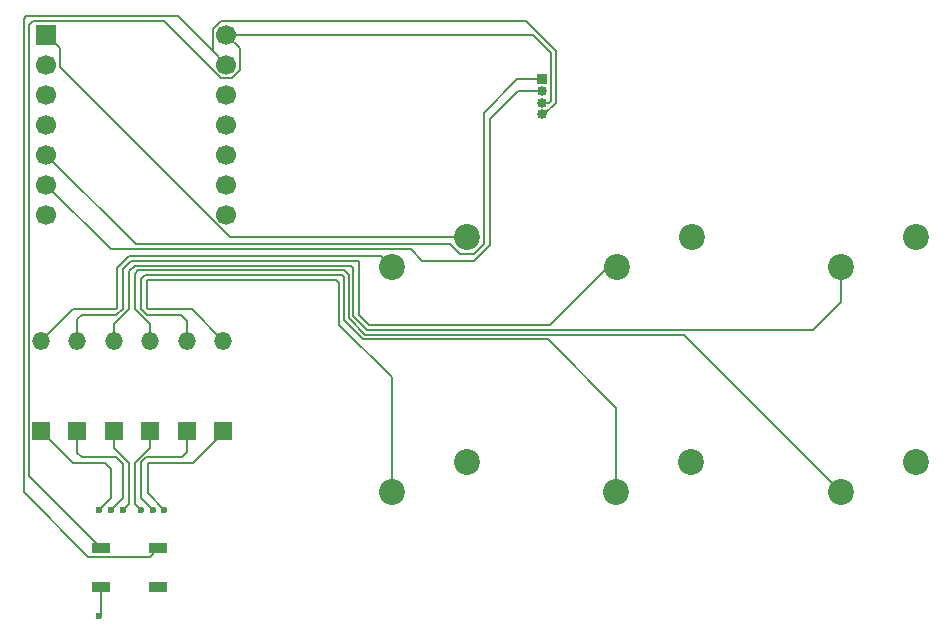
<source format=gbr>
%TF.GenerationSoftware,KiCad,Pcbnew,8.0.4-8.0.4-0~ubuntu22.04.1*%
%TF.CreationDate,2024-10-21T19:34:47-04:00*%
%TF.ProjectId,macropad,6d616372-6f70-4616-942e-6b696361645f,rev?*%
%TF.SameCoordinates,Original*%
%TF.FileFunction,Copper,L1,Top*%
%TF.FilePolarity,Positive*%
%FSLAX46Y46*%
G04 Gerber Fmt 4.6, Leading zero omitted, Abs format (unit mm)*
G04 Created by KiCad (PCBNEW 8.0.4-8.0.4-0~ubuntu22.04.1) date 2024-10-21 19:34:47*
%MOMM*%
%LPD*%
G01*
G04 APERTURE LIST*
%TA.AperFunction,ComponentPad*%
%ADD10R,1.500000X1.500000*%
%TD*%
%TA.AperFunction,ComponentPad*%
%ADD11O,1.500000X1.500000*%
%TD*%
%TA.AperFunction,ComponentPad*%
%ADD12C,2.200000*%
%TD*%
%TA.AperFunction,SMDPad,CuDef*%
%ADD13R,1.500000X0.900000*%
%TD*%
%TA.AperFunction,ComponentPad*%
%ADD14R,1.700000X1.700000*%
%TD*%
%TA.AperFunction,ComponentPad*%
%ADD15C,1.700000*%
%TD*%
%TA.AperFunction,ComponentPad*%
%ADD16R,0.850000X0.850000*%
%TD*%
%TA.AperFunction,ComponentPad*%
%ADD17O,0.850000X0.850000*%
%TD*%
%TA.AperFunction,ViaPad*%
%ADD18C,0.600000*%
%TD*%
%TA.AperFunction,Conductor*%
%ADD19C,0.200000*%
%TD*%
G04 APERTURE END LIST*
D10*
%TO.P,D2,1,K*%
%TO.N,Row1*%
X104140000Y-105815000D03*
D11*
%TO.P,D2,2,A*%
%TO.N,Net-(D2-A)*%
X104140000Y-98195000D03*
%TD*%
D12*
%TO.P,SW3,1,1*%
%TO.N,Col1*%
X137120000Y-108420000D03*
%TO.P,SW3,2,2*%
%TO.N,Net-(D4-A)*%
X130770000Y-110960000D03*
%TD*%
D10*
%TO.P,D5,1,K*%
%TO.N,Row2*%
X113410000Y-105815000D03*
D11*
%TO.P,D5,2,A*%
%TO.N,Net-(D5-A)*%
X113410000Y-98195000D03*
%TD*%
D12*
%TO.P,SW7,1,1*%
%TO.N,Col3*%
X175120000Y-108420000D03*
%TO.P,SW7,2,2*%
%TO.N,Net-(D6-A)*%
X168770000Y-110960000D03*
%TD*%
D10*
%TO.P,D1,1,K*%
%TO.N,Row1*%
X101050000Y-105815000D03*
D11*
%TO.P,D1,2,A*%
%TO.N,Net-(D1-A)*%
X101050000Y-98195000D03*
%TD*%
D13*
%TO.P,D7,1,DOUT*%
%TO.N,unconnected-(D7-DOUT-Pad1)*%
X111000000Y-119000000D03*
%TO.P,D7,2,GND*%
%TO.N,GND*%
X111000000Y-115700000D03*
%TO.P,D7,3,VDD*%
%TO.N,VCC*%
X106100000Y-115700000D03*
%TO.P,D7,4,DIN*%
%TO.N,NEOPIXEL*%
X106100000Y-119000000D03*
%TD*%
D10*
%TO.P,D6,1,K*%
%TO.N,Row2*%
X110320000Y-105815000D03*
D11*
%TO.P,D6,2,A*%
%TO.N,Net-(D6-A)*%
X110320000Y-98195000D03*
%TD*%
D12*
%TO.P,SW4,1,1*%
%TO.N,Col2*%
X156200000Y-89420000D03*
%TO.P,SW4,2,2*%
%TO.N,Net-(D2-A)*%
X149850000Y-91960000D03*
%TD*%
%TO.P,SW6,1,1*%
%TO.N,Col3*%
X175120000Y-89420000D03*
%TO.P,SW6,2,2*%
%TO.N,Net-(D3-A)*%
X168770000Y-91960000D03*
%TD*%
%TO.P,SW5,1,1*%
%TO.N,Col2*%
X156120000Y-108420000D03*
%TO.P,SW5,2,2*%
%TO.N,Net-(D5-A)*%
X149770000Y-110960000D03*
%TD*%
D10*
%TO.P,D3,1,K*%
%TO.N,Row1*%
X107230000Y-105815000D03*
D11*
%TO.P,D3,2,A*%
%TO.N,Net-(D3-A)*%
X107230000Y-98195000D03*
%TD*%
D10*
%TO.P,D4,1,K*%
%TO.N,Row2*%
X116500000Y-105815000D03*
D11*
%TO.P,D4,2,A*%
%TO.N,Net-(D4-A)*%
X116500000Y-98195000D03*
%TD*%
D12*
%TO.P,SW2,1,1*%
%TO.N,Col1*%
X137120000Y-89420000D03*
%TO.P,SW2,2,2*%
%TO.N,Net-(D1-A)*%
X130770000Y-91960000D03*
%TD*%
D14*
%TO.P,U1,1,PA02_A0_D0*%
%TO.N,Col1*%
X101500000Y-72260000D03*
D15*
%TO.P,U1,2,PA4_A1_D1*%
%TO.N,Col2*%
X101500000Y-74800000D03*
%TO.P,U1,3,PA10_A2_D2*%
%TO.N,Col3*%
X101500000Y-77340000D03*
%TO.P,U1,4,PA11_A3_D3*%
%TO.N,Row1*%
X101500000Y-79880000D03*
%TO.P,U1,5,PA8_A4_D4_SDA*%
%TO.N,SDA*%
X101500000Y-82420000D03*
%TO.P,U1,6,PA9_A5_D5_SCL*%
%TO.N,SCL*%
X101500000Y-84960000D03*
%TO.P,U1,7,PB08_A6_D6_TX*%
%TO.N,unconnected-(U1-PB08_A6_D6_TX-Pad7)*%
X101500000Y-87500000D03*
%TO.P,U1,8,PB09_A7_D7_RX*%
%TO.N,unconnected-(U1-PB09_A7_D7_RX-Pad8)*%
X116750000Y-87500000D03*
%TO.P,U1,9,PA7_A8_D8_SCK*%
%TO.N,unconnected-(U1-PA7_A8_D8_SCK-Pad9)*%
X116750000Y-84960000D03*
%TO.P,U1,10,PA5_A9_D9_MISO*%
%TO.N,Row2*%
X116750000Y-82420000D03*
%TO.P,U1,11,PA6_A10_D10_MOSI*%
%TO.N,NEOPIXEL*%
X116750000Y-79880000D03*
%TO.P,U1,12,3V3*%
%TO.N,unconnected-(U1-3V3-Pad12)*%
X116750000Y-77340000D03*
%TO.P,U1,13,GND*%
%TO.N,GND*%
X116750000Y-74800000D03*
%TO.P,U1,14,5V*%
%TO.N,VCC*%
X116750000Y-72260000D03*
%TD*%
D16*
%TO.P,J1,1,Pin_1*%
%TO.N,SDA*%
X143500000Y-76000000D03*
D17*
%TO.P,J1,2,Pin_2*%
%TO.N,SCL*%
X143500000Y-77000000D03*
%TO.P,J1,3,Pin_3*%
%TO.N,VCC*%
X143500000Y-78000000D03*
%TO.P,J1,4,Pin_4*%
%TO.N,GND*%
X143500000Y-79000000D03*
%TD*%
D18*
%TO.N,NEOPIXEL*%
X106000000Y-121500000D03*
%TO.N,Row1*%
X107000000Y-112500000D03*
X106000000Y-112500000D03*
X108000000Y-112500000D03*
%TO.N,Row2*%
X109500000Y-112500000D03*
X111500000Y-112500000D03*
X110500000Y-112500000D03*
%TD*%
D19*
%TO.N,GND*%
X142125686Y-71110000D02*
X116273654Y-71110000D01*
X111000000Y-115700000D02*
X110250000Y-116450000D01*
X105050000Y-116450000D02*
X99600000Y-111000000D01*
X110250000Y-116450000D02*
X105050000Y-116450000D01*
X99600000Y-111000000D02*
X99600000Y-70900000D01*
X116273654Y-71110000D02*
X115600000Y-71783654D01*
X115600000Y-71783654D02*
X115600000Y-73650000D01*
X115600000Y-73650000D02*
X116750000Y-74800000D01*
X143666726Y-79000000D02*
X143500000Y-79000000D01*
X112660000Y-70710000D02*
X115600000Y-73650000D01*
X144625000Y-78041726D02*
X143666726Y-79000000D01*
X144625000Y-73609314D02*
X142125686Y-71110000D01*
X144625000Y-73609314D02*
X144625000Y-78041726D01*
X99600000Y-70900000D02*
X99790000Y-70710000D01*
X99790000Y-70710000D02*
X112660000Y-70710000D01*
%TO.N,Net-(D1-A)*%
X129810000Y-91000000D02*
X130770000Y-91960000D01*
X107500000Y-95368628D02*
X107500000Y-92000000D01*
X107368628Y-95500000D02*
X107500000Y-95368628D01*
X108500000Y-91000000D02*
X129810000Y-91000000D01*
X103745000Y-95500000D02*
X107368628Y-95500000D01*
X101050000Y-98195000D02*
X103745000Y-95500000D01*
X107500000Y-92000000D02*
X108500000Y-91000000D01*
%TO.N,Col1*%
X102650000Y-73410000D02*
X101500000Y-72260000D01*
X102650000Y-75026346D02*
X102650000Y-73410000D01*
X137120000Y-89420000D02*
X117043654Y-89420000D01*
X117043654Y-89420000D02*
X102650000Y-75026346D01*
%TO.N,Net-(D2-A)*%
X107967157Y-95467157D02*
X107967157Y-92098529D01*
X104140000Y-98195000D02*
X104140000Y-96360000D01*
X104140000Y-96360000D02*
X104500000Y-96000000D01*
X107967157Y-92098529D02*
X108665686Y-91400000D01*
X127900000Y-91400000D02*
X128000000Y-91500000D01*
X107434314Y-96000000D02*
X107967157Y-95467157D01*
X128000000Y-96000000D02*
X128850000Y-96850000D01*
X108665686Y-91400000D02*
X127900000Y-91400000D01*
X104500000Y-96000000D02*
X107434314Y-96000000D01*
X128000000Y-91500000D02*
X128000000Y-96000000D01*
X149040000Y-91960000D02*
X149850000Y-91960000D01*
X128850000Y-96850000D02*
X144150000Y-96850000D01*
X144150000Y-96850000D02*
X149040000Y-91960000D01*
%TO.N,Net-(D3-A)*%
X128684314Y-97250000D02*
X166447056Y-97250000D01*
X107230000Y-96770000D02*
X108500000Y-95500000D01*
X109000000Y-91800000D02*
X127300000Y-91800000D01*
X108500000Y-92300000D02*
X109000000Y-91800000D01*
X127300000Y-91800000D02*
X127500000Y-92000000D01*
X108500000Y-95500000D02*
X108500000Y-92300000D01*
X107230000Y-98195000D02*
X107230000Y-96770000D01*
X166447056Y-97250000D02*
X168770000Y-94927056D01*
X168770000Y-94927056D02*
X168770000Y-91960000D01*
X127500000Y-92000000D02*
X127500000Y-96065686D01*
X127500000Y-96065686D02*
X128684314Y-97250000D01*
%TO.N,Net-(D4-A)*%
X110131372Y-95500000D02*
X110000000Y-95368628D01*
X130770000Y-101270000D02*
X130770000Y-110960000D01*
X110000000Y-93065686D02*
X110065686Y-93000000D01*
X116500000Y-98195000D02*
X113805000Y-95500000D01*
X110000000Y-95368628D02*
X110000000Y-93065686D01*
X126300000Y-96800000D02*
X130770000Y-101270000D01*
X126300000Y-93300000D02*
X126300000Y-96800000D01*
X110065686Y-93000000D02*
X126000000Y-93000000D01*
X113805000Y-95500000D02*
X110131372Y-95500000D01*
X126000000Y-93000000D02*
X126300000Y-93300000D01*
%TO.N,Net-(D5-A)*%
X113410000Y-98195000D02*
X113410000Y-96475686D01*
X126700000Y-96397058D02*
X128352942Y-98050000D01*
X112934314Y-96000000D02*
X110065686Y-96000000D01*
X113410000Y-96475686D02*
X112934314Y-96000000D01*
X149770000Y-103820000D02*
X149770000Y-110960000D01*
X144000000Y-98050000D02*
X149770000Y-103820000D01*
X110065686Y-96000000D02*
X109532843Y-95467157D01*
X109900000Y-92600000D02*
X126500000Y-92600000D01*
X126700000Y-92800000D02*
X126700000Y-96397058D01*
X109532843Y-92967157D02*
X109900000Y-92600000D01*
X126500000Y-92600000D02*
X126700000Y-92800000D01*
X109532843Y-95467157D02*
X109532843Y-92967157D01*
X128352942Y-98050000D02*
X144000000Y-98050000D01*
%TO.N,Net-(D6-A)*%
X110270000Y-98195000D02*
X110270000Y-96770000D01*
X155460000Y-97650000D02*
X168770000Y-110960000D01*
X109000000Y-92500000D02*
X109300000Y-92200000D01*
X128518628Y-97650000D02*
X155460000Y-97650000D01*
X109300000Y-92200000D02*
X126700000Y-92200000D01*
X109000000Y-95500000D02*
X109000000Y-92500000D01*
X127100000Y-96231372D02*
X128518628Y-97650000D01*
X126700000Y-92200000D02*
X127100000Y-92600000D01*
X127100000Y-92600000D02*
X127100000Y-96231372D01*
X110270000Y-96770000D02*
X109000000Y-95500000D01*
%TO.N,VCC*%
X100350000Y-71110000D02*
X111433654Y-71110000D01*
X144101040Y-78000000D02*
X143500000Y-78000000D01*
X117226346Y-75950000D02*
X117900000Y-75276346D01*
X100000000Y-109600000D02*
X100000000Y-71460000D01*
X116273654Y-75950000D02*
X117226346Y-75950000D01*
X144225000Y-73775000D02*
X144225000Y-77876040D01*
X142710000Y-72260000D02*
X116750000Y-72260000D01*
X117900000Y-73410000D02*
X116750000Y-72260000D01*
X117900000Y-75276346D02*
X117900000Y-73410000D01*
X144225000Y-73775000D02*
X142710000Y-72260000D01*
X100000000Y-71460000D02*
X100350000Y-71110000D01*
X144225000Y-77876040D02*
X144101040Y-78000000D01*
X106100000Y-115700000D02*
X100000000Y-109600000D01*
X111433654Y-71110000D02*
X116273654Y-75950000D01*
%TO.N,NEOPIXEL*%
X106100000Y-121400000D02*
X106000000Y-121500000D01*
X106100000Y-119000000D02*
X106100000Y-121400000D01*
%TO.N,SDA*%
X138520000Y-89999899D02*
X137699899Y-90820000D01*
X141375000Y-76000000D02*
X143500000Y-76000000D01*
X138520000Y-78855000D02*
X138520000Y-89999899D01*
X109079899Y-89999899D02*
X101500000Y-82420000D01*
X136540101Y-90820000D02*
X135720000Y-89999899D01*
X138520000Y-78855000D02*
X141375000Y-76000000D01*
X135720000Y-89999899D02*
X109079899Y-89999899D01*
X137699899Y-90820000D02*
X136540101Y-90820000D01*
%TO.N,SCL*%
X139042793Y-79356167D02*
X141398960Y-77000000D01*
X132349596Y-90399899D02*
X106939899Y-90399899D01*
X139042793Y-79356167D02*
X139042793Y-90042793D01*
X139042793Y-90042793D02*
X137705484Y-91380101D01*
X106939899Y-90399899D02*
X101500000Y-84960000D01*
X141398960Y-77000000D02*
X143500000Y-77000000D01*
X133329798Y-91380101D02*
X132349596Y-90399899D01*
X137705484Y-91380101D02*
X133329798Y-91380101D01*
%TO.N,Row1*%
X108500000Y-112000000D02*
X108500000Y-108500000D01*
X108000000Y-111500000D02*
X107000000Y-112500000D01*
X107230000Y-107230000D02*
X107230000Y-105805000D01*
X104500000Y-108000000D02*
X107400000Y-108000000D01*
X107000000Y-109000000D02*
X107000000Y-111500000D01*
X101050000Y-105805000D02*
X103745000Y-108500000D01*
X108500000Y-108500000D02*
X107230000Y-107230000D01*
X106500000Y-108500000D02*
X107000000Y-109000000D01*
X107000000Y-111500000D02*
X106000000Y-112500000D01*
X108000000Y-112500000D02*
X108500000Y-112000000D01*
X108000000Y-108600000D02*
X108000000Y-111500000D01*
X104140000Y-105805000D02*
X104140000Y-107640000D01*
X103745000Y-108500000D02*
X106500000Y-108500000D01*
X104140000Y-107640000D02*
X104500000Y-108000000D01*
X107400000Y-108000000D02*
X108000000Y-108600000D01*
%TO.N,Row2*%
X109000000Y-108500000D02*
X110270000Y-107230000D01*
X113410000Y-107590000D02*
X113000000Y-108000000D01*
X109000000Y-112000000D02*
X109000000Y-108500000D01*
X113000000Y-108000000D02*
X109934315Y-108000000D01*
X111500000Y-112500000D02*
X110097500Y-111097500D01*
X110097500Y-111097500D02*
X110097500Y-108500000D01*
X113410000Y-105805000D02*
X113410000Y-107590000D01*
X110097500Y-108500000D02*
X113902500Y-108500000D01*
X109934315Y-108000000D02*
X109500000Y-108434315D01*
X113902500Y-108500000D02*
X116597500Y-105805000D01*
X109500000Y-111500000D02*
X109500000Y-108434315D01*
X109500000Y-112500000D02*
X109000000Y-112000000D01*
X110270000Y-107230000D02*
X110270000Y-105805000D01*
X110500000Y-112500000D02*
X109500000Y-111500000D01*
%TD*%
M02*

</source>
